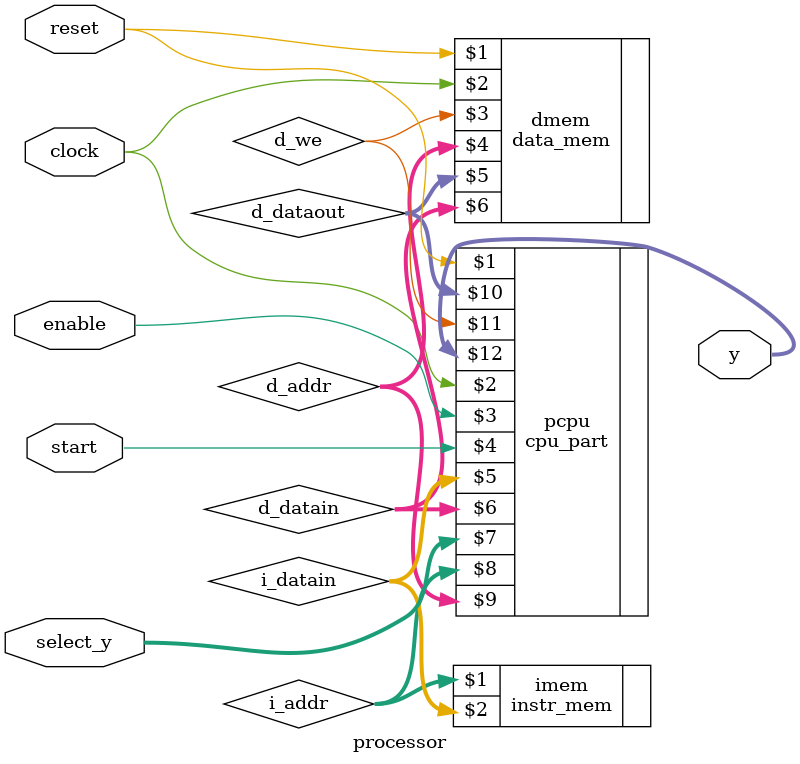
<source format=v>

`include "cpu_part.v"
`include"data_mem.v"
`include"instr_mem.v"

module processor (clock, reset, start, enable, select_y, y);

input clock, reset, enable, start;
input [3:0] select_y;
output [15:0] y;

  wire [15:0] i_datain;
  wire [8:0] i_addr;
  wire [7:0] d_addr;
  wire [15:0] d_datain;
  wire [15:0] d_dataout;
  wire d_we;

  // pipeline CPU top module
  cpu_part pcpu (reset, clock, enable, start, i_datain, d_datain, select_y, i_addr, d_addr, d_dataout, d_we, y);

  instr_mem imem (i_addr, i_datain);
  data_mem dmem (reset, clock, d_we,  d_addr, d_dataout, d_datain);

endmodule

/*
module imem (address,q);
input	[7:0]  address;
output	[15:0]  q;

reg [15:0]ram[255:0];

assign q = ram[address];

endmodule

module dmem (address,we,clock,data,q);
input	[7:0]  address;
input	  we;
input	  clock;
input	[15:0]  data;
output	[15:0]  q;

reg [15:0]ram[255:0];

assign q = ram[address];

always @(negedge clock)
if (we)
   ram[address] <= data;

endmodule*/

</source>
